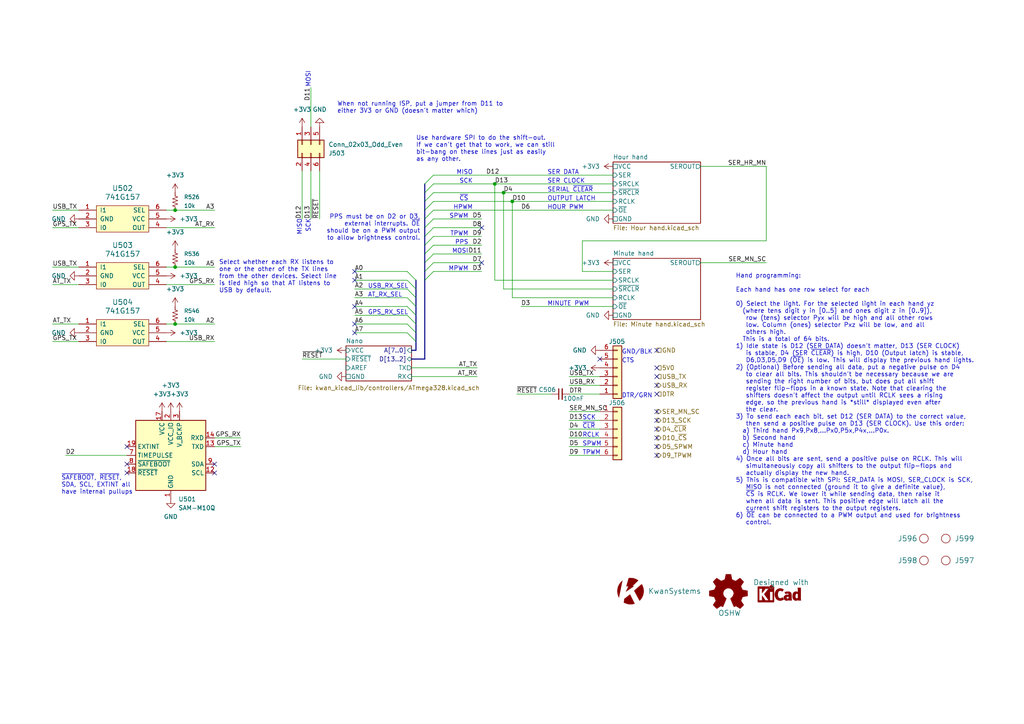
<source format=kicad_sch>
(kicad_sch (version 20230121) (generator eeschema)
  (paper "A4")
  (lib_symbols
    (symbol "Connector_Generic:Conn_01x06" (pin_names (offset 1.016) hide)
      (property "Reference" "J" (at 0 7.62 0))
      (property "Value" "Conn_01x06" (at 0 -10.16 0))
      (symbol "Conn_01x06_1_1"
        (pin passive line (at -5.08 5.08 0) (length 3.81) (name "Pin_1") (number "1"))
        (pin passive line (at -5.08 2.54 0) (length 3.81) (name "Pin_2") (number "2"))
        (pin passive line (at -5.08 0 0) (length 3.81) (name "Pin_3") (number "3"))
        (pin passive line (at -5.08 -2.54 0) (length 3.81) (name "Pin_4") (number "4"))
        (pin passive line (at -5.08 -5.08 0) (length 3.81) (name "Pin_5") (number "5"))
        (pin passive line (at -5.08 -7.62 0) (length 3.81) (name "Pin_6") (number "6"))
      )
    )
    (symbol "Connector_Generic:Conn_02x03_Odd_Even" (pin_names (offset 1.016) hide)
      (property "Reference" "J" (at 1.27 5.08 0))
      (property "Value" "Conn_02x03_Odd_Even" (at 1.27 -5.08 0))
      (symbol "Conn_02x03_Odd_Even_1_1"
        (pin passive line (at -5.08 2.54 0) (length 3.81) (name "Pin_1") (number "1"))
        (pin passive line (at 7.62 2.54 180) (length 3.81) (name "Pin_2") (number "2"))
        (pin passive line (at -5.08 0 0) (length 3.81) (name "Pin_3") (number "3"))
        (pin passive line (at 7.62 0 180) (length 3.81) (name "Pin_4") (number "4"))
        (pin passive line (at -5.08 -2.54 0) (length 3.81) (name "Pin_5") (number "5"))
        (pin passive line (at 7.62 -2.54 180) (length 3.81) (name "Pin_6") (number "6"))
      )
    )
    (symbol "Device:C_Small" (pin_numbers hide) (pin_names (offset 0.254) hide)
      (property "Reference" "C" (at 0.254 1.778 0))
      (property "Value" "C_Small" (at 0.254 -2.032 0))
      (symbol "C_Small_1_1"
        (pin passive line (at 0 2.54 270) (length 2.032) (name "~") (number "1"))
        (pin passive line (at 0 -2.54 90) (length 2.032) (name "~") (number "2"))
      )
    )
    (symbol "KwanSystems:DesignedWithKicad" (pin_names (offset 1.016)) (in_bom no)
      (property "Value" "DesignedWithKicad" (at 3.81 -2.54 0))
    )
    (symbol "KwanSystems:KwanSystems" (pin_names (offset 1.016)) (in_bom no)
      (property "Value" "KwanSystems" (at 0 -5.08 0))
    )
    (symbol "KwanSystems:NC7SZ157" (pin_names (offset 1.016))
      (property "Reference" "U" (at -7.62 3.81 0))
      (property "Value" "NC7SZ157" (at -7.62 -6.35 0))
      (symbol "NC7SZ157_1_0"
        (pin input line (at -12.7 2.54 0) (length 5.08) (name "I1") (number "1"))
        (pin power_in line (at -12.7 0 0) (length 5.08) (name "GND") (number "2"))
        (pin input line (at -12.7 -2.54 0) (length 5.08) (name "I0") (number "3"))
        (pin output line (at 12.7 -2.54 180) (length 5.08) (name "OUT") (number "4"))
        (pin power_in line (at 12.7 0 180) (length 5.08) (name "VCC") (number "5"))
        (pin input line (at 12.7 2.54 180) (length 5.08) (name "SEL") (number "6"))
      )
    )
    (symbol "KwanSystems:OSHW" (pin_names (offset 1.016)) (in_bom no)
      (property "Value" "OSHW" (at 10.16 1.27 0))
    )
    (symbol "KwanSystems:RESISTOR" (pin_numbers hide) (pin_names (offset 1.016) hide)
      (property "Reference" "R" (at -1.27 1.27 0))
      (property "Value" "RESISTOR" (at -1.27 -2.54 0))
      (symbol "RESISTOR_1_1"
        (pin passive line (at -2.54 0 0) (length 0.9906) (name "1") (number "1"))
        (pin passive line (at 2.54 0 180) (length 0.9906) (name "2") (number "2"))
      )
    )
    (symbol "KwanSystems:STANDOFF" (pin_names (offset 1.016)) (in_bom no)
      (property "Reference" "J" (at 0 3.81 0))
      (property "Value" "STANDOFF" (at 0 -3.81 0))
    )
    (symbol "RF_GPS:SAM-M8Q"
      (property "Reference" "U" (at -8.89 11.43 0))
      (property "Value" "SAM-M8Q" (at 8.89 11.43 0))
      (symbol "SAM-M8Q_1_1"
        (pin power_in line (at 0 -12.7 90) (length 2.54) (name "GND") (number "1"))
        (pin passive line (at 0 -12.7 90) (length 2.54) hide (name "GND") (number "10"))
        (pin passive line (at 0 -12.7 90) (length 2.54) hide (name "GND") (number "11"))
        (pin input line (at 12.7 -5.08 180) (length 2.54) (name "SCL") (number "12"))
        (pin output line (at 12.7 2.54 180) (length 2.54) (name "TXD") (number "13"))
        (pin input line (at 12.7 5.08 180) (length 2.54) (name "RXD") (number "14"))
        (pin passive line (at 0 -12.7 90) (length 2.54) hide (name "GND") (number "15"))
        (pin passive line (at 0 -12.7 90) (length 2.54) hide (name "GND") (number "16"))
        (pin power_in line (at -2.54 12.7 270) (length 2.54) (name "VCC") (number "17"))
        (pin input line (at -12.7 -5.08 0) (length 2.54) (name "~{RESET}") (number "18"))
        (pin input line (at -12.7 2.54 0) (length 2.54) (name "EXTINT") (number "19"))
        (pin power_in line (at 0 12.7 270) (length 2.54) (name "VCC_IO") (number "2"))
        (pin passive line (at 0 -12.7 90) (length 2.54) hide (name "GND") (number "20"))
        (pin power_in line (at 2.54 12.7 270) (length 2.54) (name "V_BCKP") (number "3"))
        (pin passive line (at 0 -12.7 90) (length 2.54) hide (name "GND") (number "4"))
        (pin passive line (at 0 -12.7 90) (length 2.54) hide (name "GND") (number "5"))
        (pin passive line (at 0 -12.7 90) (length 2.54) hide (name "GND") (number "6"))
        (pin output line (at -12.7 0 0) (length 2.54) (name "TIMEPULSE") (number "7"))
        (pin input line (at -12.7 -2.54 0) (length 2.54) (name "~{SAFEBOOT}") (number "8"))
        (pin bidirectional line (at 12.7 -2.54 180) (length 2.54) (name "SDA") (number "9"))
      )
    )
    (symbol "power:+3V3" (power) (pin_names (offset 0))
      (property "Value" "+3V3" (at 0 3.556 0))
      (symbol "+3V3_1_1"
        (pin power_in line (at 0 0 90) (length 0) hide (name "+3V3") (number "1"))
      )
    )
    (symbol "power:GND" (power) (pin_names (offset 0))
      (property "Value" "GND" (at 0 -3.81 0))
      (symbol "GND_1_1"
        (pin power_in line (at 0 0 270) (length 0) hide (name "GND") (number "1"))
      )
    )
  )
  (junction (at 143.51 53.34))
  (junction (at 146.05 55.88))
  (junction (at 50.8 93.98))
  (junction (at 50.8 60.96))
  (junction (at 148.59 58.42))
  (junction (at 50.8 77.47))
  (no_connect (at 139.7 66.04))
  (no_connect (at 190.5 111.76))
  (no_connect (at 190.5 109.22))
  (no_connect (at 173.99 104.14))
  (no_connect (at 190.5 124.46))
  (no_connect (at 102.87 78.74))
  (no_connect (at 190.5 106.68))
  (no_connect (at 190.5 101.6))
  (no_connect (at 190.5 121.92))
  (no_connect (at 36.83 129.54))
  (no_connect (at 36.83 134.62))
  (no_connect (at 36.83 137.16))
  (no_connect (at 62.23 137.16))
  (no_connect (at 139.7 76.2))
  (no_connect (at 190.5 114.3))
  (no_connect (at 102.87 93.98))
  (no_connect (at 102.87 96.52))
  (no_connect (at 102.87 81.28))
  (no_connect (at 62.23 134.62))
  (no_connect (at 190.5 119.38))
  (no_connect (at 190.5 132.08))
  (no_connect (at 102.87 88.9))
  (no_connect (at 190.5 127))
  (no_connect (at 190.5 129.54))
  (bus_entry (at 125.73 66.04) (size -2.54 2.54))
  (bus_entry (at 118.11 93.98) (size 2.54 2.54))
  (bus_entry (at 118.11 96.52) (size 2.54 2.54))
  (bus_entry (at 123.19 73.66) (size 2.54 -2.54))
  (bus_entry (at 118.11 81.28) (size 2.54 2.54))
  (bus_entry (at 118.11 88.9) (size 2.54 2.54))
  (bus_entry (at 118.11 83.82) (size 2.54 2.54))
  (bus_entry (at 123.19 55.88) (size 2.54 -2.54))
  (bus_entry (at 123.19 58.42) (size 2.54 -2.54))
  (bus_entry (at 123.19 66.04) (size 2.54 -2.54))
  (bus_entry (at 123.19 81.28) (size 2.54 -2.54))
  (bus_entry (at 123.19 63.5) (size 2.54 -2.54))
  (bus_entry (at 118.11 91.44) (size 2.54 2.54))
  (bus_entry (at 123.19 71.12) (size 2.54 -2.54))
  (bus_entry (at 123.19 53.34) (size 2.54 -2.54))
  (bus_entry (at 123.19 76.2) (size 2.54 -2.54))
  (bus_entry (at 123.19 78.74) (size 2.54 -2.54))
  (bus_entry (at 118.11 86.36) (size 2.54 2.54))
  (bus_entry (at 118.11 78.74) (size 2.54 2.54))
  (bus_entry (at 123.19 60.96) (size 2.54 -2.54))
  (wire (pts (xy 125.73 55.88) (xy 146.05 55.88)))
  (bus (pts (xy 123.19 63.5) (xy 123.19 66.04)))
  (wire (pts (xy 125.73 68.58) (xy 139.7 68.58)))
  (wire (pts (xy 90.17 25.4) (xy 90.17 36.83)))
  (bus (pts (xy 119.38 101.6) (xy 120.65 101.6)))
  (wire (pts (xy 19.05 132.08) (xy 36.83 132.08)))
  (wire (pts (xy 165.1 109.22) (xy 173.99 109.22)))
  (bus (pts (xy 123.19 55.88) (xy 123.19 58.42)))
  (wire (pts (xy 125.73 58.42) (xy 148.59 58.42)))
  (wire (pts (xy 151.13 88.9) (xy 177.8 88.9)))
  (wire (pts (xy 125.73 73.66) (xy 139.7 73.66)))
  (wire (pts (xy 102.87 96.52) (xy 118.11 96.52)))
  (wire (pts (xy 48.26 60.96) (xy 50.8 60.96)))
  (bus (pts (xy 120.65 93.98) (xy 120.65 96.52)))
  (wire (pts (xy 165.1 121.92) (xy 173.99 121.92)))
  (wire (pts (xy 102.87 93.98) (xy 118.11 93.98)))
  (wire (pts (xy 168.91 69.85) (xy 168.91 78.74)))
  (wire (pts (xy 165.1 124.46) (xy 173.99 124.46)))
  (wire (pts (xy 165.1 119.38) (xy 173.99 119.38)))
  (wire (pts (xy 143.51 53.34) (xy 177.8 53.34)))
  (bus (pts (xy 123.19 73.66) (xy 123.19 76.2)))
  (wire (pts (xy 222.25 48.26) (xy 222.25 69.85)))
  (bus (pts (xy 123.19 60.96) (xy 123.19 63.5)))
  (wire (pts (xy 15.24 99.06) (xy 22.86 99.06)))
  (wire (pts (xy 50.8 77.47) (xy 62.23 77.47)))
  (bus (pts (xy 120.65 99.06) (xy 120.65 101.6)))
  (wire (pts (xy 102.87 88.9) (xy 118.11 88.9)))
  (wire (pts (xy 125.73 60.96) (xy 177.8 60.96)))
  (bus (pts (xy 123.19 78.74) (xy 123.19 81.28)))
  (bus (pts (xy 123.19 68.58) (xy 123.19 71.12)))
  (wire (pts (xy 165.1 114.3) (xy 173.99 114.3)))
  (bus (pts (xy 120.65 86.36) (xy 120.65 88.9)))
  (bus (pts (xy 123.19 81.28) (xy 123.19 104.14)))
  (wire (pts (xy 15.24 66.04) (xy 22.86 66.04)))
  (wire (pts (xy 222.25 69.85) (xy 168.91 69.85)))
  (wire (pts (xy 15.24 60.96) (xy 22.86 60.96)))
  (wire (pts (xy 125.73 76.2) (xy 139.7 76.2)))
  (wire (pts (xy 15.24 82.55) (xy 22.86 82.55)))
  (wire (pts (xy 15.24 77.47) (xy 22.86 77.47)))
  (wire (pts (xy 168.91 78.74) (xy 177.8 78.74)))
  (wire (pts (xy 177.8 83.82) (xy 146.05 83.82)))
  (wire (pts (xy 15.24 93.98) (xy 22.86 93.98)))
  (wire (pts (xy 102.87 81.28) (xy 118.11 81.28)))
  (wire (pts (xy 165.1 129.54) (xy 173.99 129.54)))
  (wire (pts (xy 102.87 86.36) (xy 118.11 86.36)))
  (wire (pts (xy 177.8 81.28) (xy 143.51 81.28)))
  (bus (pts (xy 120.65 81.28) (xy 120.65 83.82)))
  (wire (pts (xy 125.73 50.8) (xy 177.8 50.8)))
  (wire (pts (xy 48.26 77.47) (xy 50.8 77.47)))
  (wire (pts (xy 148.59 58.42) (xy 148.59 86.36)))
  (wire (pts (xy 50.8 60.96) (xy 62.23 60.96)))
  (wire (pts (xy 149.86 114.3) (xy 160.02 114.3)))
  (wire (pts (xy 62.23 129.54) (xy 69.85 129.54)))
  (wire (pts (xy 102.87 83.82) (xy 118.11 83.82)))
  (wire (pts (xy 48.26 99.06) (xy 62.23 99.06)))
  (wire (pts (xy 102.87 78.74) (xy 118.11 78.74)))
  (wire (pts (xy 119.38 109.22) (xy 138.43 109.22)))
  (wire (pts (xy 165.1 127) (xy 173.99 127)))
  (wire (pts (xy 87.63 104.14) (xy 100.33 104.14)))
  (bus (pts (xy 123.19 71.12) (xy 123.19 73.66)))
  (wire (pts (xy 148.59 58.42) (xy 177.8 58.42)))
  (wire (pts (xy 62.23 127) (xy 69.85 127)))
  (wire (pts (xy 203.2 48.26) (xy 222.25 48.26)))
  (wire (pts (xy 50.8 93.98) (xy 62.23 93.98)))
  (wire (pts (xy 146.05 55.88) (xy 146.05 83.82)))
  (wire (pts (xy 125.73 66.04) (xy 139.7 66.04)))
  (wire (pts (xy 90.17 49.53) (xy 90.17 63.5)))
  (wire (pts (xy 143.51 53.34) (xy 143.51 81.28)))
  (wire (pts (xy 48.26 66.04) (xy 62.23 66.04)))
  (bus (pts (xy 120.65 83.82) (xy 120.65 86.36)))
  (wire (pts (xy 125.73 53.34) (xy 143.51 53.34)))
  (bus (pts (xy 120.65 91.44) (xy 120.65 93.98)))
  (wire (pts (xy 102.87 91.44) (xy 118.11 91.44)))
  (wire (pts (xy 203.2 76.2) (xy 222.25 76.2)))
  (bus (pts (xy 123.19 53.34) (xy 123.19 55.88)))
  (wire (pts (xy 165.1 132.08) (xy 173.99 132.08)))
  (bus (pts (xy 123.19 66.04) (xy 123.19 68.58)))
  (wire (pts (xy 48.26 93.98) (xy 50.8 93.98)))
  (bus (pts (xy 120.65 96.52) (xy 120.65 99.06)))
  (wire (pts (xy 125.73 63.5) (xy 139.7 63.5)))
  (wire (pts (xy 87.63 49.53) (xy 87.63 63.5)))
  (wire (pts (xy 148.59 86.36) (xy 177.8 86.36)))
  (wire (pts (xy 125.73 71.12) (xy 139.7 71.12)))
  (bus (pts (xy 123.19 58.42) (xy 123.19 60.96)))
  (bus (pts (xy 120.65 88.9) (xy 120.65 91.44)))
  (bus (pts (xy 119.38 104.14) (xy 123.19 104.14)))
  (wire (pts (xy 146.05 55.88) (xy 177.8 55.88)))
  (wire (pts (xy 165.1 111.76) (xy 173.99 111.76)))
  (wire (pts (xy 48.26 82.55) (xy 62.23 82.55)))
  (wire (pts (xy 125.73 78.74) (xy 139.7 78.74)))
  (wire (pts (xy 119.38 106.68) (xy 138.43 106.68)))
  (wire (pts (xy 92.71 49.53) (xy 92.71 63.5)))
  (bus (pts (xy 123.19 76.2) (xy 123.19 78.74)))
  (text "CTS" (at 180.34 105.41 0) (effects (font (size 1.27 1.27)) (justify left bottom)))
  (text "Hand programming:\n\nEach hand has one row select for each \n\n0) Select the light. For the selected light in each hand yz \n  (where tens digit y in [0..5] and ones digit z in [0..9]), \n   row (tens) selector Pyx will be high and all other rows \n   low. Column (ones) selector Pxz will be low, and all \n   others high. \n  This is a total of 64 bits.\n1) Idle state is D12 (SER DATA) doesn't matter, D13 (SER CLOCK)\n   is stable, D4 (SER ~{CLEAR}) is high, D10 (Output latch) is stable,\n   D6,D3,D5,D9 (~{OE}) is low. This will display the previous hand lights.\n2) (Optional) Before sending all data, put a negative pulse on D4\n   to clear all bits. This shouldn't be necessary because we are\n   sending the right number of bits, but does put all shift\n   register flip-flops in a known state. Note that clearing the\n   shifters doesn't affect the output until RCLK sees a rising \n   edge, so the previous hand is *still* displayed even after \n   the clear.\n3) To send each each bit, set D12 (SER DATA) to the correct value,\n   then send a positive pulse on D13 (SER CLOCK). Use this order:\n  a) Third hand Px9,Px8,...Px0,P5x,P4x,...P0x.\n  b) Second hand\n  c) Minute hand\n  d) Hour hand\n4) Once all bits are sent, send a positive pulse on RCLK. This will\n   simultaneously copy all shifters to the output flip-flops and\n   actually display the new hand.\n5) This is compatible with SPI: SER_DATA is MOSI, SER_CLOCK is SCK,\n   MISO is not connected (ground it to give a definite value),\n   ~{CS} is RCLK. We lower it while sending data, then raise it\n   when all data is sent. This positive edge will latch all the\n   current shift registers to the output registers.\n6) ~{OE} can be connected to a PWM output and used for brightness\n   control." (at 213.36 152.4 0) (effects (font (size 1.27 1.27)) (justify left bottom)))
  (text "TPWM" (at 168.91 132.08 0) (effects (font (size 1.27 1.27)) (justify left bottom)))
  (text "MISO" (at 137.16 50.8 0) (effects (font (size 1.27 1.27)) (justify right bottom)))
  (text "PPS must be on D2 or D3,\nexternal interrupts. ~{OE}\nshould be on a PWM output\nto allow brightness control." (at 121.92 69.85 0) (effects (font (size 1.27 1.27)) (justify right bottom)))
  (text "MISO" (at 87.63 63.5 90) (effects (font (size 1.27 1.27)) (justify right bottom)))
  (text "SCK" (at 137.16 53.34 0) (effects (font (size 1.27 1.27)) (justify right bottom)))
  (text "DTR/GRN" (at 180.34 115.57 0) (effects (font (size 1.27 1.27)) (justify left bottom)))
  (text "OUTPUT LATCH" (at 158.75 58.42 0) (effects (font (size 1.27 1.27)) (justify left bottom)))
  (text "SER DATA" (at 158.75 50.8 0) (effects (font (size 1.27 1.27)) (justify left bottom)))
  (text "TPWM" (at 135.89 68.58 0) (effects (font (size 1.27 1.27)) (justify right bottom)))
  (text "MPWM" (at 135.89 78.74 0) (effects (font (size 1.27 1.27)) (justify right bottom)))
  (text "MINUTE PWM" (at 158.75 88.9 0) (effects (font (size 1.27 1.27)) (justify left bottom)))
  (text "SPWM" (at 135.89 63.5 0) (effects (font (size 1.27 1.27)) (justify right bottom)))
  (text "GPS_RX_SEL" (at 106.68 91.44 0) (effects (font (size 1.27 1.27)) (justify left bottom)))
  (text "Use hardware SPI to do the shift-out.\nIf we can't get that to work, we can still\nbit-bang on these lines just as easily\nas any other." (at 120.65 46.99 0) (effects (font (size 1.27 1.27)) (justify left bottom)))
  (text "SCK" (at 168.91 121.92 0) (effects (font (size 1.27 1.27)) (justify left bottom)))
  (text "SCK" (at 90.17 63.5 90) (effects (font (size 1.27 1.27)) (justify right bottom)))
  (text "~{CLR}" (at 168.91 124.46 0) (effects (font (size 1.27 1.27)) (justify left bottom)))
  (text "PPS" (at 135.89 71.12 0) (effects (font (size 1.27 1.27)) (justify right bottom)))
  (text "MOSI" (at 90.17 25.4 90) (effects (font (size 1.27 1.27)) (justify left bottom)))
  (text "~{SAFEBOOT}, ~{RESET},\nSDA, SCL, EXTINT all\nhave internal pullups" (at 17.78 143.51 0) (effects (font (size 1.27 1.27)) (justify left bottom)))
  (text "SERIAL ~{CLEAR}" (at 158.75 55.88 0) (effects (font (size 1.27 1.27)) (justify left bottom)))
  (text "USB_RX_SEL" (at 106.68 83.82 0) (effects (font (size 1.27 1.27)) (justify left bottom)))
  (text "~{CS}" (at 135.89 58.42 0) (effects (font (size 1.27 1.27)) (justify right bottom)))
  (text "GND/BLK" (at 180.34 102.87 0) (effects (font (size 1.27 1.27)) (justify left bottom)))
  (text "SER CLOCK" (at 158.75 53.34 0) (effects (font (size 1.27 1.27)) (justify left bottom)))
  (text "HOUR PWM" (at 158.75 60.96 0) (effects (font (size 1.27 1.27)) (justify left bottom)))
  (text "Select whether each RX listens to\none or the other of the TX lines\nfrom the other devices. Select line\nis tied high so that AT listens to\nUSB by default." (at 63.5 85.09 0) (effects (font (size 1.27 1.27)) (justify left bottom)))
  (text "When not running ISP, put a jumper from D11 to \neither 3V3 or GND (doesn't matter which)" (at 97.79 33.02 0) (effects (font (size 1.27 1.27)) (justify left bottom)))
  (text "HPWM" (at 137.16 60.96 0) (effects (font (size 1.27 1.27)) (justify right bottom)))
  (text "SPWM" (at 168.91 129.54 0) (effects (font (size 1.27 1.27)) (justify left bottom)))
  (text "MOSI" (at 135.89 73.66 0) (effects (font (size 1.27 1.27)) (justify right bottom)))
  (text "AT_RX_SEL" (at 106.68 86.36 0) (effects (font (size 1.27 1.27)) (justify left bottom)))
  (text "RCLK" (at 168.91 127 0) (effects (font (size 1.27 1.27)) (justify left bottom)))
  (label "D13" (at 165.1 121.92 0))
  (label "A5" (at 62.23 77.47 180))
  (label "AT_TX" (at 138.43 106.68 180))
  (label "A4" (at 102.87 88.9 0))
  (label "A2" (at 62.23 93.98 180))
  (label "AT_RX" (at 62.23 66.04 180))
  (label "SER_MN_SC" (at 165.1 119.38 0))
  (label "D9" (at 139.7 68.58 180))
  (label "D12" (at 87.63 63.5 90))
  (label "USB_RX" (at 62.23 99.06 180))
  (label "D10" (at 148.59 58.42 0))
  (label "D11" (at 139.7 73.66 180))
  (label "A3" (at 102.87 86.36 0))
  (label "D3" (at 151.13 88.9 0))
  (label "AT_RX" (at 138.43 109.22 180))
  (label "A2" (at 102.87 83.82 0))
  (label "SER_HR_MN" (at 222.25 48.26 180))
  (label "D10" (at 165.1 127 0))
  (label "D13" (at 90.17 63.5 90))
  (label "D8" (at 139.7 66.04 180))
  (label "AT_TX" (at 15.24 82.55 0))
  (label "D5" (at 139.7 63.5 180))
  (label "A1" (at 102.87 81.28 0))
  (label "USB_TX" (at 15.24 60.96 0))
  (label "D2" (at 19.05 132.08 0))
  (label "SER_MN_SC" (at 222.25 76.2 180))
  (label "A3" (at 62.23 60.96 180))
  (label "GPS_TX" (at 15.24 99.06 0))
  (label "D13" (at 143.51 53.34 0))
  (label "D3" (at 139.7 78.74 180))
  (label "A7" (at 102.87 96.52 0))
  (label "D7" (at 139.7 76.2 180))
  (label "USB_TX" (at 165.1 109.22 0))
  (label "A6" (at 102.87 93.98 0))
  (label "GPS_TX" (at 15.24 66.04 0))
  (label "D5" (at 165.1 129.54 0))
  (label "GPS_TX" (at 69.85 129.54 180))
  (label "USB_TX" (at 15.24 77.47 0))
  (label "DTR" (at 165.1 114.3 0))
  (label "~{RESET}" (at 92.71 63.5 90))
  (label "D4" (at 165.1 124.46 0))
  (label "AT_TX" (at 15.24 93.98 0))
  (label "GPS_RX" (at 69.85 127 180))
  (label "~{RESET}" (at 87.63 104.14 0))
  (label "D4" (at 146.05 55.88 0))
  (label "D6" (at 151.13 60.96 0))
  (label "D2" (at 139.7 71.12 180))
  (label "~{RESET}" (at 149.86 114.3 0))
  (label "D11" (at 90.17 25.4 270))
  (label "D12" (at 140.97 50.8 0))
  (label "GPS_RX" (at 62.23 82.55 180))
  (label "USB_RX" (at 165.1 111.76 0))
  (label "A0" (at 102.87 78.74 0))
  (label "A5" (at 102.87 91.44 0))
  (label "D9" (at 165.1 132.08 0))
  (hierarchical_label "GND" (shape passive) (at 190.5 101.6 0))
  (hierarchical_label "D10_~{CS}" (shape output) (at 190.5 127 0))
  (hierarchical_label "USB_TX" (shape input) (at 190.5 109.22 0))
  (hierarchical_label "SER_MN_SC" (shape output) (at 190.5 119.38 0))
  (hierarchical_label "USB_RX" (shape output) (at 190.5 111.76 0))
  (hierarchical_label "5V0" (shape input) (at 190.5 106.68 0))
  (hierarchical_label "D5_SPWM" (shape output) (at 190.5 129.54 0))
  (hierarchical_label "D13_SCK" (shape output) (at 190.5 121.92 0))
  (hierarchical_label "DTR" (shape input) (at 190.5 114.3 0))
  (hierarchical_label "D9_TPWM" (shape output) (at 190.5 132.08 0))
  (hierarchical_label "D4_~{CLR}" (shape output) (at 190.5 124.46 0))
  (symbol (lib_id "KwanSystems:STANDOFF") (at 274.32 156.21 0) (unit 1) (in_bom no)
    (property "Reference" "J599" (at 276.86 156.21 0) (effects (font (size 1.524 1.524)) (justify left)))
    (property "Value" "STANDOFF" (effects hide))
    (property "Footprint" "KwanSystems:STANDOFF_NONPLATED" (effects hide))
  )
  (symbol (lib_id "power:+3V3") (at 50.8 72.39 0) (unit 1)
    (property "Reference" "#PWR0314" (effects hide))
    (property "Value" "+3V3" (at 50.8 67.31 0))
  )
  (symbol (lib_id "power:+3V3") (at 100.33 101.6 90) (unit 1)
    (property "Reference" "#PWR0314" (effects hide))
    (property "Value" "+3V3" (at 96.52 101.6 90) (effects (justify left)))
  )
  (symbol (lib_id "power:+3V3") (at 177.8 76.2 90) (unit 1)
    (property "Reference" "#PWR0314" (effects hide))
    (property "Value" "+3V3" (at 173.99 76.2 90) (effects (justify left)))
  )
  (symbol (lib_id "power:+3V3") (at 49.53 119.38 0) (unit 1)
    (property "Reference" "#PWR0315" (effects hide))
    (property "Value" "+3V3" (at 49.53 111.76 0))
  )
  (symbol (lib_id "power:GND") (at 177.8 91.44 270) (unit 1)
    (property "Reference" "#PWR0306" (effects hide))
    (property "Value" "GND" (at 173.99 91.44 90) (effects (justify right)))
  )
  (symbol (lib_id "KwanSystems:NC7SZ157") (at 35.56 80.01 0) (unit 1)
    (property "Reference" "U503" (at 35.56 71.12 0) (effects (font (size 1.4986 1.4986))))
    (property "Value" "741G157" (at 35.56 73.66 0) (effects (font (size 1.4986 1.4986))))
    (property "Footprint" "Package_TO_SOT_SMD:SOT-363_SC-70-6" (effects hide))
    (property "Datasheet" "https://assets.nexperia.com/documents/data-sheet/74LVC1G157.pdf" (effects hide))
    (property "Digikey" "1727-3491-1-ND" (effects hide))
    (property "Part Number" "74LVC1G157GW,125" (effects hide))
    (property "Purpose" "UART multiplexer" (effects hide))
  )
  (symbol (lib_id "Connector_Generic:Conn_01x06") (at 179.07 109.22 0) (mirror x) (unit 1)
    (property "Reference" "J505" (at 176.53 99.06 0) (effects (justify left)))
    (property "Value" "Conn_01x06" (effects hide))
    (property "Footprint" "Connector_PinHeader_2.54mm:PinHeader_1x06_P2.54mm_Vertical_SMD_Pin1Left" (effects hide))
    (property "Datasheet" "https://media.metz-connect.com/files/171/Data_sheet_PM202XXVBNN.PDF" (effects hide))
    (property "Digikey" "1849-1036-ND" (effects hide))
    (property "Part Number" "PM20206VBNN" (effects hide))
    (property "Purpose" "FT232 passthrough male" (effects hide))
  )
  (symbol (lib_id "KwanSystems:STANDOFF") (at 267.97 156.21 0) (unit 1) (in_bom no)
    (property "Reference" "J596" (at 260.35 156.21 0) (effects (font (size 1.524 1.524)) (justify left)))
    (property "Value" "STANDOFF" (effects hide))
    (property "Footprint" "KwanSystems:STANDOFF_NONPLATED" (effects hide))
  )
  (symbol (lib_id "power:GND") (at 100.33 109.22 270) (unit 1)
    (property "Reference" "#PWR02" (effects hide))
    (property "Value" "GND" (at 96.52 109.22 90) (effects (justify right)))
  )
  (symbol (lib_id "Connector_Generic:Conn_02x03_Odd_Even") (at 90.17 41.91 90) (mirror x) (unit 1)
    (property "Reference" "J503" (at 95.25 44.45 90) (effects (justify right)))
    (property "Value" "Conn_02x03_Odd_Even" (at 95.25 41.91 90) (effects (justify right)))
    (property "Footprint" "Connector_PinSocket_2.54mm:PinSocket_2x03_P2.54mm_Vertical_SMD" (effects hide))
    (property "Datasheet" "https://gct.co/files/specs/2.54mm-socket-spec.pdf" (effects hide))
    (property "Digikey" "2073-BG120-06-A-0-N-D-ND" (effects hide))
    (property "Part Number" "BG120-06-A-0-N-D" (effects hide))
    (property "Purpose" "ISP connector" (effects hide))
  )
  (symbol (lib_id "power:GND") (at 92.71 36.83 180) (unit 1)
    (property "Reference" "#PWR0323" (effects hide))
    (property "Value" "GND" (at 92.71 31.75 0))
  )
  (symbol (lib_id "power:+3V3") (at 50.8 88.9 0) (unit 1)
    (property "Reference" "#PWR0314" (effects hide))
    (property "Value" "+3V3" (at 50.8 83.82 0))
  )
  (symbol (lib_id "power:+3V3") (at 177.8 48.26 90) (unit 1)
    (property "Reference" "#PWR0314" (effects hide))
    (property "Value" "+3V3" (at 173.99 48.26 90) (effects (justify left)))
  )
  (symbol (lib_id "KwanSystems:NC7SZ157") (at 35.56 63.5 0) (unit 1)
    (property "Reference" "U502" (at 35.56 54.61 0) (effects (font (size 1.4986 1.4986))))
    (property "Value" "741G157" (at 35.56 57.15 0) (effects (font (size 1.4986 1.4986))))
    (property "Footprint" "Package_TO_SOT_SMD:SOT-363_SC-70-6" (effects hide))
    (property "Datasheet" "https://assets.nexperia.com/documents/data-sheet/74LVC1G157.pdf" (effects hide))
    (property "Digikey" "1727-3491-1-ND" (effects hide))
    (property "Part Number" "74LVC1G157GW,125" (effects hide))
    (property "Purpose" "UART multiplexer" (effects hide))
  )
  (symbol (lib_id "power:GND") (at 49.53 144.78 0) (unit 1)
    (property "Reference" "#PWR01" (effects hide))
    (property "Value" "GND" (at 49.53 149.86 0))
  )
  (symbol (lib_id "power:+3V3") (at 87.63 36.83 0) (unit 1)
    (property "Reference" "#PWR0314" (effects hide))
    (property "Value" "+3V3" (at 87.63 31.75 0))
  )
  (symbol (lib_id "KwanSystems:STANDOFF") (at 274.32 162.56 0) (unit 1) (in_bom no)
    (property "Reference" "J597" (at 276.86 162.56 0) (effects (font (size 1.524 1.524)) (justify left)))
    (property "Value" "STANDOFF" (effects hide))
    (property "Footprint" "KwanSystems:STANDOFF_NONPLATED" (effects hide))
  )
  (symbol (lib_id "power:+3V3") (at 48.26 96.52 270) (unit 1)
    (property "Reference" "#PWR0314" (effects hide))
    (property "Value" "+3V3" (at 52.07 96.52 90) (effects (justify left)))
  )
  (symbol (lib_id "power:GND") (at 22.86 96.52 270) (unit 1)
    (property "Reference" "#PWR0332" (effects hide))
    (property "Value" "GND" (at 19.05 96.52 90) (effects (justify right)))
  )
  (symbol (lib_id "power:GND") (at 22.86 63.5 270) (unit 1)
    (property "Reference" "#PWR0321" (effects hide))
    (property "Value" "GND" (at 19.05 63.5 90) (effects (justify right)))
  )
  (symbol (lib_id "KwanSystems:NC7SZ157") (at 35.56 96.52 0) (unit 1)
    (property "Reference" "U504" (at 35.56 87.63 0) (effects (font (size 1.4986 1.4986))))
    (property "Value" "741G157" (at 35.56 90.17 0) (effects (font (size 1.4986 1.4986))))
    (property "Footprint" "Package_TO_SOT_SMD:SOT-363_SC-70-6" (effects hide))
    (property "Datasheet" "https://assets.nexperia.com/documents/data-sheet/74LVC1G157.pdf" (effects hide))
    (property "Digikey" "1727-3491-1-ND" (effects hide))
    (property "Part Number" "74LVC1G157GW,125" (effects hide))
    (property "Purpose" "UART multiplexer" (effects hide))
  )
  (symbol (lib_id "Device:C_Small") (at 162.56 114.3 90) (unit 1)
    (property "Reference" "C506" (at 158.75 113.03 90))
    (property "Value" "100nF" (at 166.37 115.57 90))
    (property "Footprint" "Capacitor_SMD:C_0603_1608Metric" (effects hide))
    (property "Datasheet" "https://product.tdk.com/system/files/dam/doc/product/capacitor/ceramic/mlcc/catalog/mlcc_automotive_general_en.pdf" (effects hide))
    (property "Digikey" "445-5613-1-ND" (effects hide))
    (property "Part Number" "CGA2B1X7R1C104K050BC" (effects hide))
    (property "Purpose" "DTR/~{RESET} pulse generator" (effects hide))
  )
  (symbol (lib_id "power:+3V3") (at 52.07 119.38 0) (unit 1)
    (property "Reference" "#PWR0316" (effects hide))
    (property "Value" "+3V3" (at 52.07 114.3 0))
  )
  (symbol (lib_id "power:+3V3") (at 46.99 119.38 0) (unit 1)
    (property "Reference" "#PWR0314" (effects hide))
    (property "Value" "+3V3" (at 46.99 114.3 0))
  )
  (symbol (lib_id "power:GND") (at 173.99 101.6 270) (unit 1)
    (property "Reference" "#PWR0318" (effects hide))
    (property "Value" "GND" (at 170.18 101.6 90) (effects (justify right)))
  )
  (symbol (lib_id "KwanSystems:RESISTOR") (at 50.8 58.42 270) (unit 1)
    (property "Reference" "R526" (at 53.34 57.15 90) (effects (font (size 1.143 1.143)) (justify left)))
    (property "Value" "10k" (at 53.34 59.69 90) (effects (font (size 1.143 1.143)) (justify left)))
    (property "Footprint" "Resistor_SMD:R_0603_1608Metric" (effects hide))
    (property "Datasheet" "https://industrial.panasonic.com/cdbs/www-data/pdf/RDO0000/AOA0000C331.pdf" (effects hide))
    (property "Digikey" "P17199CT-ND" (effects hide))
    (property "Part Number" "ERJ-PA2J103X" (effects hide))
    (property "Purpose" "Pullup resistor" (effects hide))
  )
  (symbol (lib_id "KwanSystems:STANDOFF") (at 267.97 162.56 0) (unit 1) (in_bom no)
    (property "Reference" "J598" (at 260.35 162.56 0) (effects (font (size 1.524 1.524)) (justify left)))
    (property "Value" "STANDOFF" (effects hide))
    (property "Footprint" "KwanSystems:STANDOFF_NONPLATED" (effects hide))
  )
  (symbol (lib_id "power:+3V3") (at 50.8 55.88 0) (unit 1)
    (property "Reference" "#PWR0314" (effects hide))
    (property "Value" "+3V3" (at 50.8 50.8 0))
  )
  (symbol (lib_id "power:GND") (at 22.86 80.01 270) (unit 1)
    (property "Reference" "#PWR0329" (effects hide))
    (property "Value" "GND" (at 19.05 80.01 90) (effects (justify right)))
  )
  (symbol (lib_id "power:+3V3") (at 48.26 80.01 270) (unit 1)
    (property "Reference" "#PWR0314" (effects hide))
    (property "Value" "+3V3" (at 52.07 80.01 90) (effects (justify left)))
  )
  (symbol (lib_id "KwanSystems:KwanSystems") (at 182.88 171.45 0) (unit 1) (in_bom no)
    (property "Reference" "G101" (effects hide))
    (property "Value" "KwanSystems" (at 187.96 171.45 0) (effects (font (size 1.524 1.524)) (justify left)))
    (property "Footprint" "KwanSystems:PrecisionKwan" (effects hide))
    (property "Purpose" "Big silkscreen Kwan logo" (effects hide))
  )
  (symbol (lib_id "KwanSystems:DesignedWithKicad") (at 226.06 173.99 0) (unit 1) (in_bom no)
    (property "Reference" "G302" (effects hide))
    (property "Value" "Designed with" (at 218.44 168.91 0) (effects (font (size 1.524 1.524)) (justify left)))
    (property "Footprint" "KwanSystems:Symbol_KiCAD-Logo_CopperAndSilkScreenTop_small" (effects hide))
    (property "Purpose" "KiCad gold/silkscreen logo" (effects hide))
  )
  (symbol (lib_id "KwanSystems:RESISTOR") (at 50.8 91.44 270) (unit 1)
    (property "Reference" "R546" (at 53.34 90.17 90) (effects (font (size 1.143 1.143)) (justify left)))
    (property "Value" "10k" (at 53.34 92.71 90) (effects (font (size 1.143 1.143)) (justify left)))
    (property "Footprint" "Resistor_SMD:R_0603_1608Metric" (effects hide))
    (property "Datasheet" "https://industrial.panasonic.com/cdbs/www-data/pdf/RDO0000/AOA0000C331.pdf" (effects hide))
    (property "Digikey" "P17199CT-ND" (effects hide))
    (property "Part Number" "ERJ-PA2J103X" (effects hide))
    (property "Purpose" "Pullup resistor" (effects hide))
  )
  (symbol (lib_id "power:+3V3") (at 173.99 106.68 90) (unit 1)
    (property "Reference" "#PWR0314" (effects hide))
    (property "Value" "+3V3" (at 170.18 106.68 90) (effects (justify left)))
  )
  (symbol (lib_id "RF_GPS:SAM-M8Q") (at 49.53 132.08 0) (unit 1)
    (property "Reference" "U501" (at 51.7241 144.78 0) (effects (justify left)))
    (property "Value" "SAM-M10Q" (at 51.7241 147.32 0) (effects (justify left)))
    (property "Footprint" "RF_GPS:ublox_SAM-M8Q" (effects hide))
    (property "Datasheet" "https://content.u-blox.com/sites/default/files/documents/SAM-M10Q_DataSheet_UBX-22013293.pdf" (effects hide))
    (property "Digikey" "672-SAM-M10Q-00BCT-ND" (effects hide))
    (property "Part Number" "SAM-M10Q-00B" (effects hide))
    (property "Purpose" "GPS" (effects hide))
  )
  (symbol (lib_id "power:GND") (at 177.8 63.5 270) (unit 1)
    (property "Reference" "#PWR0305" (effects hide))
    (property "Value" "GND" (at 173.99 63.5 90) (effects (justify right)))
  )
  (symbol (lib_id "KwanSystems:OSHW") (at 210.82 172.72 0) (unit 1) (in_bom no)
    (property "Reference" "G304" (effects hide))
    (property "Value" "OSHW" (at 208.28 177.8 0) (effects (font (size 1.524 1.524)) (justify left)))
    (property "Footprint" "KwanSystems:OSHW-Symbol_6.7x6mm_SolderMask" (effects hide))
    (property "Purpose" "OSHW gold logo" (effects hide))
  )
  (symbol (lib_id "power:+3V3") (at 48.26 63.5 270) (unit 1)
    (property "Reference" "#PWR0314" (effects hide))
    (property "Value" "+3V3" (at 52.07 63.5 90) (effects (justify left)))
  )
  (symbol (lib_id "Connector_Generic:Conn_01x06") (at 179.07 124.46 0) (unit 1)
    (property "Reference" "J506" (at 176.53 116.84 0) (effects (justify left)))
    (property "Value" "Conn_01x06" (effects hide))
    (property "Footprint" "Connector_PinHeader_2.54mm:PinHeader_1x06_P2.54mm_Vertical_SMD_Pin1Left" (effects hide))
    (property "Datasheet" "https://media.metz-connect.com/files/171/Data_sheet_PM202XXVBNN.PDF" (effects hide))
    (property "Digikey" "1849-1036-ND" (effects hide))
    (property "Part Number" "PM20206VBNN" (effects hide))
    (property "Purpose" "Serial/PWM passthrough male" (effects hide))
  )
  (symbol (lib_id "KwanSystems:RESISTOR") (at 50.8 74.93 270) (unit 1)
    (property "Reference" "R536" (at 53.34 73.66 90) (effects (font (size 1.143 1.143)) (justify left)))
    (property "Value" "10k" (at 53.34 76.2 90) (effects (font (size 1.143 1.143)) (justify left)))
    (property "Footprint" "Resistor_SMD:R_0603_1608Metric" (effects hide))
    (property "Datasheet" "https://industrial.panasonic.com/cdbs/www-data/pdf/RDO0000/AOA0000C331.pdf" (effects hide))
    (property "Digikey" "P17199CT-ND" (effects hide))
    (property "Part Number" "ERJ-PA2J103X" (effects hide))
    (property "Purpose" "Pullup resistor" (effects hide))
  )
  (sheet (at 100.33 100.33) (size 19.05 10.16) (stroke (width 0.1524))
    (property "Sheetname" "Nano" (at 100.33 99.6184 0) (effects (justify left bottom)))
    (property "Sheetfile" "kwan_kicad_lib/controllers/ATmega328.kicad_sch" (at 86.36 111.76 0) (effects (justify left top)))
    (pin "RX" input (at 119.38 109.22 0))
    (pin "TX" output (at 119.38 106.68 0))
    (pin "~{RESET}" input (at 100.33 104.14 180))
    (pin "GND" passive (at 100.33 109.22 180))
    (pin "VCC" input (at 100.33 101.6 180))
    (pin "AREF" input (at 100.33 106.68 180))
    (pin "A[7..0]" input (at 119.38 101.6 0))
    (pin "D[13..2]" bidirectional (at 119.38 104.14 0))
  )
  (sheet (at 177.8 74.93) (size 25.4 17.78) (stroke (width 0.1524))
    (property "Sheetname" "Minute hand" (at 177.8 74.2184 0) (effects (justify left bottom)))
    (property "Sheetfile" "Minute hand.kicad_sch" (at 177.8 93.2946 0) (effects (justify left top)))
    (pin "SER" input (at 177.8 78.74 180))
    (pin "SRCLK" input (at 177.8 81.28 180))
    (pin "~{SRCLR}" input (at 177.8 83.82 180))
    (pin "VCC" passive (at 177.8 76.2 180))
    (pin "GND" passive (at 177.8 91.44 180))
    (pin "RCLK" input (at 177.8 86.36 180))
    (pin "~{OE}" input (at 177.8 88.9 180))
    (pin "SEROUT" output (at 203.2 76.2 0))
  )
  (sheet (at 177.8 46.99) (size 25.4 17.78) (stroke (width 0.1524))
    (property "Sheetname" "Hour hand" (at 177.8 46.2784 0) (effects (justify left bottom)))
    (property "Sheetfile" "Hour hand.kicad_sch" (at 177.8 65.3546 0) (effects (justify left top)))
    (pin "SER" input (at 177.8 50.8 180))
    (pin "SRCLK" input (at 177.8 53.34 180))
    (pin "~{SRCLR}" input (at 177.8 55.88 180))
    (pin "VCC" passive (at 177.8 48.26 180))
    (pin "GND" passive (at 177.8 63.5 180))
    (pin "RCLK" input (at 177.8 58.42 180))
    (pin "~{OE}" input (at 177.8 60.96 180))
    (pin "SEROUT" output (at 203.2 48.26 0))
  )
)
</source>
